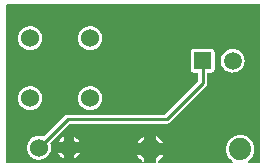
<source format=gbl>
G04 Layer: BottomLayer*
G04 EasyEDA v6.4.31, 2022-01-29 17:29:22*
G04 67aa8dcb152247358fa929708868e3bd,10*
G04 Gerber Generator version 0.2*
G04 Scale: 100 percent, Rotated: No, Reflected: No *
G04 Dimensions in millimeters *
G04 leading zeros omitted , absolute positions ,4 integer and 5 decimal *
%FSLAX45Y45*%
%MOMM*%

%ADD10C,0.2540*%
%ADD11C,1.5240*%
%ADD12C,1.8796*%
%ADD13C,1.4986*%

%LPD*%
G36*
X736092Y3425901D02*
G01*
X732180Y3426663D01*
X728878Y3428898D01*
X726694Y3432200D01*
X725932Y3436061D01*
X725932Y4763922D01*
X726694Y4767834D01*
X728878Y4771136D01*
X732180Y4773320D01*
X736092Y4774082D01*
X2863951Y4774082D01*
X2867812Y4773320D01*
X2871114Y4771136D01*
X2873298Y4767834D01*
X2874111Y4763922D01*
X2874111Y3436061D01*
X2873298Y3432200D01*
X2871114Y3428898D01*
X2867812Y3426663D01*
X2863951Y3425901D01*
X2778506Y3425901D01*
X2774391Y3426764D01*
X2770987Y3429203D01*
X2768854Y3432860D01*
X2768396Y3437026D01*
X2769616Y3440988D01*
X2772359Y3444189D01*
X2783078Y3452266D01*
X2793695Y3462528D01*
X2802940Y3474059D01*
X2810713Y3486607D01*
X2816860Y3500018D01*
X2821330Y3514039D01*
X2824073Y3528568D01*
X2824988Y3543300D01*
X2824073Y3558032D01*
X2821330Y3572560D01*
X2816860Y3586581D01*
X2810713Y3599992D01*
X2802940Y3612540D01*
X2793695Y3624072D01*
X2783078Y3634333D01*
X2771292Y3643223D01*
X2758541Y3650589D01*
X2744927Y3656329D01*
X2730754Y3660394D01*
X2716174Y3662679D01*
X2701391Y3663086D01*
X2686710Y3661765D01*
X2672283Y3658615D01*
X2658364Y3653688D01*
X2645156Y3647084D01*
X2632862Y3638956D01*
X2621635Y3629355D01*
X2611729Y3618433D01*
X2603195Y3606393D01*
X2596184Y3593388D01*
X2590850Y3579622D01*
X2587294Y3565347D01*
X2585466Y3550665D01*
X2585466Y3535934D01*
X2587294Y3521252D01*
X2590850Y3506978D01*
X2596184Y3493211D01*
X2603195Y3480206D01*
X2611729Y3468166D01*
X2621635Y3457244D01*
X2632862Y3447643D01*
X2637536Y3444544D01*
X2640533Y3441446D01*
X2642006Y3437432D01*
X2641650Y3433114D01*
X2639568Y3429355D01*
X2636113Y3426815D01*
X2631948Y3425901D01*
X2016506Y3425901D01*
X2012391Y3426764D01*
X2008987Y3429203D01*
X2006854Y3432860D01*
X2006396Y3437026D01*
X2007616Y3440988D01*
X2010359Y3444189D01*
X2021078Y3452266D01*
X2031695Y3462528D01*
X2040940Y3474059D01*
X2048713Y3486607D01*
X2050237Y3489960D01*
X1996439Y3489960D01*
X1996439Y3436061D01*
X1995678Y3432200D01*
X1993442Y3428898D01*
X1990191Y3426663D01*
X1986280Y3425901D01*
X1899920Y3425901D01*
X1896008Y3426663D01*
X1892757Y3428898D01*
X1890522Y3432200D01*
X1889760Y3436061D01*
X1889760Y3489960D01*
X1835962Y3489960D01*
X1841195Y3480206D01*
X1849729Y3468166D01*
X1859635Y3457244D01*
X1870862Y3447643D01*
X1875536Y3444544D01*
X1878533Y3441446D01*
X1880006Y3437432D01*
X1879650Y3433114D01*
X1877568Y3429355D01*
X1874113Y3426815D01*
X1869948Y3425901D01*
G37*

%LPC*%
G36*
X999896Y3453993D02*
G01*
X1013510Y3454450D01*
X1026972Y3456686D01*
X1039977Y3460750D01*
X1052372Y3466490D01*
X1063853Y3473805D01*
X1074267Y3482594D01*
X1083411Y3492754D01*
X1091133Y3503980D01*
X1097280Y3516122D01*
X1101750Y3529025D01*
X1104493Y3542385D01*
X1105408Y3556000D01*
X1104493Y3569614D01*
X1101750Y3582974D01*
X1099515Y3589477D01*
X1098956Y3593236D01*
X1099769Y3596894D01*
X1101902Y3599992D01*
X1257604Y3755694D01*
X1260906Y3757929D01*
X1264818Y3758692D01*
X2082292Y3758692D01*
X2090318Y3759504D01*
X2097532Y3761689D01*
X2104237Y3765245D01*
X2110435Y3770376D01*
X2414524Y4074464D01*
X2419654Y4080662D01*
X2423210Y4087368D01*
X2425395Y4094581D01*
X2426208Y4102608D01*
X2426208Y4181601D01*
X2426970Y4185513D01*
X2429205Y4188764D01*
X2432456Y4191000D01*
X2436368Y4191762D01*
X2461971Y4191762D01*
X2468270Y4192473D01*
X2473756Y4194403D01*
X2478633Y4197451D01*
X2482748Y4201566D01*
X2485796Y4206443D01*
X2487726Y4211929D01*
X2488438Y4218228D01*
X2488438Y4366971D01*
X2487726Y4373270D01*
X2485796Y4378756D01*
X2482748Y4383633D01*
X2478633Y4387748D01*
X2473756Y4390796D01*
X2468270Y4392726D01*
X2461971Y4393438D01*
X2313228Y4393438D01*
X2306929Y4392726D01*
X2301443Y4390796D01*
X2296566Y4387748D01*
X2292451Y4383633D01*
X2289403Y4378756D01*
X2287473Y4373270D01*
X2286762Y4366971D01*
X2286762Y4218228D01*
X2287473Y4211929D01*
X2289403Y4206443D01*
X2292451Y4201566D01*
X2296566Y4197451D01*
X2301443Y4194403D01*
X2306929Y4192473D01*
X2313228Y4191762D01*
X2338832Y4191762D01*
X2342743Y4191000D01*
X2345994Y4188764D01*
X2348230Y4185513D01*
X2348992Y4181601D01*
X2348992Y4122318D01*
X2348230Y4118406D01*
X2345994Y4115104D01*
X2069795Y3838905D01*
X2066493Y3836670D01*
X2062581Y3835908D01*
X1245108Y3835908D01*
X1237081Y3835095D01*
X1229868Y3832910D01*
X1223162Y3829354D01*
X1216964Y3824224D01*
X1047343Y3654653D01*
X1044346Y3652570D01*
X1040790Y3651707D01*
X1037183Y3652164D01*
X1026972Y3655314D01*
X1013510Y3657549D01*
X999896Y3658006D01*
X986332Y3656685D01*
X973074Y3653485D01*
X960323Y3648608D01*
X948385Y3642055D01*
X937412Y3633978D01*
X927608Y3624478D01*
X919124Y3613759D01*
X912164Y3602024D01*
X906881Y3589477D01*
X903274Y3576320D01*
X901446Y3562807D01*
X901446Y3549192D01*
X903274Y3535679D01*
X906881Y3522522D01*
X912164Y3509975D01*
X919124Y3498240D01*
X927608Y3487521D01*
X937412Y3478022D01*
X948385Y3469944D01*
X960323Y3463391D01*
X973074Y3458514D01*
X986332Y3455314D01*
G37*
G36*
X1212850Y3464204D02*
G01*
X1212850Y3511550D01*
X1165504Y3511550D01*
X1166164Y3509975D01*
X1173124Y3498240D01*
X1181608Y3487521D01*
X1191412Y3478022D01*
X1202385Y3469944D01*
G37*
G36*
X1301750Y3464356D02*
G01*
X1306372Y3466490D01*
X1317853Y3473805D01*
X1328267Y3482594D01*
X1337411Y3492754D01*
X1345133Y3503980D01*
X1348943Y3511550D01*
X1301750Y3511550D01*
G37*
G36*
X1835962Y3596640D02*
G01*
X1889760Y3596640D01*
X1889760Y3650386D01*
X1883156Y3647084D01*
X1870862Y3638956D01*
X1859635Y3629355D01*
X1849729Y3618433D01*
X1841195Y3606393D01*
G37*
G36*
X1996439Y3596640D02*
G01*
X2050237Y3596640D01*
X2048713Y3599992D01*
X2040940Y3612540D01*
X2031695Y3624072D01*
X2021078Y3634333D01*
X2009292Y3643223D01*
X1996439Y3650640D01*
G37*
G36*
X1301750Y3600450D02*
G01*
X1348943Y3600450D01*
X1345133Y3608019D01*
X1337411Y3619246D01*
X1328267Y3629406D01*
X1317853Y3638194D01*
X1306372Y3645509D01*
X1301750Y3647643D01*
G37*
G36*
X1165504Y3600450D02*
G01*
X1212850Y3600450D01*
X1212850Y3647795D01*
X1202385Y3642055D01*
X1191412Y3633978D01*
X1181608Y3624478D01*
X1173124Y3613759D01*
X1166164Y3602024D01*
G37*
G36*
X923696Y3873093D02*
G01*
X937310Y3873550D01*
X950772Y3875786D01*
X963777Y3879850D01*
X976172Y3885590D01*
X987653Y3892905D01*
X998067Y3901694D01*
X1007211Y3911854D01*
X1014933Y3923080D01*
X1021080Y3935222D01*
X1025550Y3948125D01*
X1028293Y3961485D01*
X1029208Y3975100D01*
X1028293Y3988714D01*
X1025550Y4002074D01*
X1021080Y4014978D01*
X1014933Y4027119D01*
X1007211Y4038346D01*
X998067Y4048506D01*
X987653Y4057294D01*
X976172Y4064609D01*
X963777Y4070350D01*
X950772Y4074414D01*
X937310Y4076649D01*
X923696Y4077106D01*
X910132Y4075785D01*
X896874Y4072585D01*
X884123Y4067708D01*
X872185Y4061155D01*
X861212Y4053078D01*
X851408Y4043578D01*
X842924Y4032859D01*
X835964Y4021124D01*
X830681Y4008577D01*
X827074Y3995420D01*
X825246Y3981907D01*
X825246Y3968292D01*
X827074Y3954779D01*
X830681Y3941622D01*
X835964Y3929075D01*
X842924Y3917340D01*
X851408Y3906621D01*
X861212Y3897122D01*
X872185Y3889044D01*
X884123Y3882491D01*
X896874Y3877614D01*
X910132Y3874414D01*
G37*
G36*
X1431696Y3873093D02*
G01*
X1445310Y3873550D01*
X1458772Y3875786D01*
X1471777Y3879850D01*
X1484172Y3885590D01*
X1495653Y3892905D01*
X1506067Y3901694D01*
X1515211Y3911854D01*
X1522933Y3923080D01*
X1529080Y3935222D01*
X1533550Y3948125D01*
X1536293Y3961485D01*
X1537208Y3975100D01*
X1536293Y3988714D01*
X1533550Y4002074D01*
X1529080Y4014978D01*
X1522933Y4027119D01*
X1515211Y4038346D01*
X1506067Y4048506D01*
X1495653Y4057294D01*
X1484172Y4064609D01*
X1471777Y4070350D01*
X1458772Y4074414D01*
X1445310Y4076649D01*
X1431696Y4077106D01*
X1418132Y4075785D01*
X1404874Y4072585D01*
X1392123Y4067708D01*
X1380185Y4061155D01*
X1369212Y4053078D01*
X1359408Y4043578D01*
X1350924Y4032859D01*
X1343964Y4021124D01*
X1338681Y4008577D01*
X1335074Y3995420D01*
X1333246Y3981907D01*
X1333246Y3968292D01*
X1335074Y3954779D01*
X1338681Y3941622D01*
X1343964Y3929075D01*
X1350924Y3917340D01*
X1359408Y3906621D01*
X1369212Y3897122D01*
X1380185Y3889044D01*
X1392123Y3882491D01*
X1404874Y3877614D01*
X1418132Y3874414D01*
G37*
G36*
X2638247Y4191863D02*
G01*
X2651709Y4192270D01*
X2664968Y4194556D01*
X2677820Y4198518D01*
X2690063Y4204208D01*
X2701391Y4211421D01*
X2711704Y4220108D01*
X2720695Y4230116D01*
X2728366Y4241241D01*
X2734411Y4253230D01*
X2738831Y4265980D01*
X2741523Y4279138D01*
X2742438Y4292600D01*
X2741523Y4306062D01*
X2738831Y4319219D01*
X2734411Y4331970D01*
X2728366Y4343958D01*
X2720695Y4355084D01*
X2711704Y4365091D01*
X2701391Y4373778D01*
X2690063Y4380992D01*
X2677820Y4386681D01*
X2664968Y4390644D01*
X2651709Y4392930D01*
X2638247Y4393336D01*
X2624836Y4392015D01*
X2611729Y4388866D01*
X2599182Y4384040D01*
X2587345Y4377588D01*
X2576525Y4369612D01*
X2566822Y4360214D01*
X2558491Y4349648D01*
X2551633Y4338066D01*
X2546350Y4325670D01*
X2542794Y4312666D01*
X2541016Y4299356D01*
X2541016Y4285843D01*
X2542794Y4272534D01*
X2546350Y4259529D01*
X2551633Y4247134D01*
X2558491Y4235551D01*
X2566822Y4224985D01*
X2576525Y4215587D01*
X2587345Y4207611D01*
X2599182Y4201160D01*
X2611729Y4196334D01*
X2624836Y4193184D01*
G37*
G36*
X923696Y4381093D02*
G01*
X937310Y4381550D01*
X950772Y4383786D01*
X963777Y4387850D01*
X976172Y4393590D01*
X987653Y4400905D01*
X998067Y4409694D01*
X1007211Y4419854D01*
X1014933Y4431080D01*
X1021080Y4443222D01*
X1025550Y4456125D01*
X1028293Y4469485D01*
X1029208Y4483100D01*
X1028293Y4496714D01*
X1025550Y4510074D01*
X1021080Y4522978D01*
X1014933Y4535119D01*
X1007211Y4546346D01*
X998067Y4556506D01*
X987653Y4565294D01*
X976172Y4572609D01*
X963777Y4578350D01*
X950772Y4582414D01*
X937310Y4584649D01*
X923696Y4585106D01*
X910132Y4583785D01*
X896874Y4580585D01*
X884123Y4575708D01*
X872185Y4569155D01*
X861212Y4561078D01*
X851408Y4551578D01*
X842924Y4540859D01*
X835964Y4529124D01*
X830681Y4516577D01*
X827074Y4503420D01*
X825246Y4489907D01*
X825246Y4476292D01*
X827074Y4462780D01*
X830681Y4449622D01*
X835964Y4437075D01*
X842924Y4425340D01*
X851408Y4414621D01*
X861212Y4405122D01*
X872185Y4397044D01*
X884123Y4390491D01*
X896874Y4385614D01*
X910132Y4382414D01*
G37*
G36*
X1431696Y4381093D02*
G01*
X1445310Y4381550D01*
X1458772Y4383786D01*
X1471777Y4387850D01*
X1484172Y4393590D01*
X1495653Y4400905D01*
X1506067Y4409694D01*
X1515211Y4419854D01*
X1522933Y4431080D01*
X1529080Y4443222D01*
X1533550Y4456125D01*
X1536293Y4469485D01*
X1537208Y4483100D01*
X1536293Y4496714D01*
X1533550Y4510074D01*
X1529080Y4522978D01*
X1522933Y4535119D01*
X1515211Y4546346D01*
X1506067Y4556506D01*
X1495653Y4565294D01*
X1484172Y4572609D01*
X1471777Y4578350D01*
X1458772Y4582414D01*
X1445310Y4584649D01*
X1431696Y4585106D01*
X1418132Y4583785D01*
X1404874Y4580585D01*
X1392123Y4575708D01*
X1380185Y4569155D01*
X1369212Y4561078D01*
X1359408Y4551578D01*
X1350924Y4540859D01*
X1343964Y4529124D01*
X1338681Y4516577D01*
X1335074Y4503420D01*
X1333246Y4489907D01*
X1333246Y4476292D01*
X1335074Y4462780D01*
X1338681Y4449622D01*
X1343964Y4437075D01*
X1350924Y4425340D01*
X1359408Y4414621D01*
X1369212Y4405122D01*
X1380185Y4397044D01*
X1392123Y4390491D01*
X1404874Y4385614D01*
X1418132Y4382414D01*
G37*

%LPD*%
D10*
X1003300Y3556000D02*
G01*
X1244600Y3797300D01*
X2082800Y3797300D01*
X2387600Y4102100D01*
X2387600Y4292600D01*
D11*
G01*
X1435100Y4483100D03*
G01*
X1435100Y3975100D03*
G01*
X927100Y3975100D03*
G01*
X927100Y4483100D03*
D12*
G01*
X1943100Y3543300D03*
G01*
X2705100Y3543300D03*
D11*
G01*
X1003300Y3556000D03*
G01*
X1257300Y3556000D03*
D13*
G01*
X2641600Y4292600D03*
G36*
X2312670Y4367529D02*
G01*
X2462529Y4367529D01*
X2462529Y4217670D01*
X2312670Y4217670D01*
G37*
M02*

</source>
